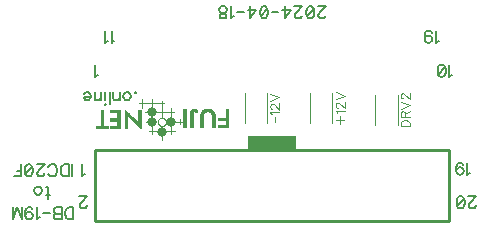
<source format=gbr>
G04 DipTrace 3.3.1.3*
G04 TopSilk.gbr*
%MOIN*%
G04 #@! TF.FileFunction,Legend,Top*
G04 #@! TF.Part,Single*
%ADD10C,0.009843*%
%ADD12C,0.003*%
%ADD19C,0.003937*%
%ADD20O,0.032613X0.032485*%
%ADD21C,0.032568*%
%ADD31C,0.004632*%
%ADD32C,0.006176*%
%FSLAX26Y26*%
G04*
G70*
G90*
G75*
G01*
G04 TopSilk*
%LPD*%
X1884270Y475591D2*
D10*
X703168D1*
Y711801D1*
X1884270D1*
Y475591D1*
G36*
X1372499Y712450D2*
X1214940D1*
Y758071D1*
X1372499D1*
Y712450D1*
G37*
X1202579Y802541D2*
D19*
Y902541D1*
X1277579Y802541D2*
Y902541D1*
X1712469Y897361D2*
Y797361D1*
X1637469Y897361D2*
Y797361D1*
X1420419Y802541D2*
Y902541D1*
X1495419Y802541D2*
Y902541D1*
X894993Y806532D2*
X873704Y806670D1*
X971407Y774296D2*
X885119D1*
X958000Y766425D2*
Y853748D1*
X926655Y744334D2*
Y784663D1*
X894767Y766577D2*
Y882921D1*
X932544Y869311D2*
X852144D1*
X926519Y821956D2*
X926655Y877266D1*
X861928Y852099D2*
Y882921D1*
X871394Y838226D2*
X966696D1*
X992968Y806504D2*
X958226Y806379D1*
D20*
X958679Y806518D3*
D21*
X894880Y806629D3*
X926723Y774172D3*
X894971Y838919D3*
X912976Y806331D2*
D19*
X913010Y807315D1*
X913111Y808295D1*
X913279Y809265D1*
X913513Y810221D1*
X913812Y811158D1*
X914174Y812072D1*
X914598Y812957D1*
X915082Y813811D1*
X915623Y814627D1*
X916219Y815404D1*
X916866Y816136D1*
X917562Y816820D1*
X918303Y817453D1*
X919086Y818033D1*
X919906Y818555D1*
X920760Y819017D1*
X921644Y819418D1*
X922553Y819755D1*
X923483Y820026D1*
X924429Y820231D1*
X925387Y820368D1*
X926353Y820437D1*
X927320D1*
X928285Y820368D1*
X929243Y820231D1*
X930189Y820026D1*
X931119Y819755D1*
X932028Y819418D1*
X932912Y819017D1*
X933766Y818555D1*
X934587Y818033D1*
X935370Y817453D1*
X936111Y816820D1*
X936807Y816136D1*
X937454Y815404D1*
X938050Y814627D1*
X938591Y813811D1*
X939074Y812957D1*
X939498Y812072D1*
X939861Y811158D1*
X940160Y810221D1*
X940394Y809265D1*
X940562Y808295D1*
X940663Y807315D1*
X940697Y806331D1*
X940663Y805346D1*
X940562Y804366D1*
X940394Y803396D1*
X940160Y802440D1*
X939861Y801503D1*
X939498Y800590D1*
X939074Y799704D1*
X938591Y798851D1*
X938050Y798034D1*
X937454Y797258D1*
X936807Y796526D1*
X936111Y795841D1*
X935370Y795208D1*
X934587Y794629D1*
X933766Y794107D1*
X932912Y793644D1*
X932028Y793243D1*
X931119Y792906D1*
X930189Y792635D1*
X929243Y792430D1*
X928285Y792293D1*
X927320Y792224D1*
X926353D1*
X925387Y792293D1*
X924429Y792430D1*
X923483Y792635D1*
X922553Y792906D1*
X921644Y793243D1*
X920760Y793644D1*
X919906Y794107D1*
X919086Y794629D1*
X918303Y795208D1*
X917562Y795841D1*
X916866Y796526D1*
X916219Y797258D1*
X915623Y798034D1*
X915082Y798851D1*
X914598Y799704D1*
X914174Y800590D1*
X913812Y801503D1*
X913513Y802440D1*
X913279Y803396D1*
X913111Y804366D1*
X913010Y805346D1*
X912976Y806331D1*
X988167Y800157D2*
Y817106D1*
X722792Y846539D2*
D12*
X731792D1*
X754292D2*
X787292D1*
X847292D2*
X856292D1*
X722792Y845039D2*
X731792D1*
X754292D2*
X787292D1*
X802292D2*
X803792D1*
X847292D2*
X856292D1*
X722792Y843539D2*
X731792D1*
X754292D2*
X787292D1*
X802292D2*
X805298D1*
X847292D2*
X856292D1*
X722792Y842039D2*
X731792D1*
X754292D2*
X787292D1*
X802292D2*
X806850D1*
X847292D2*
X856292D1*
X722792Y840539D2*
X731792D1*
X754292D2*
X787292D1*
X802292D2*
X808541D1*
X847292D2*
X856292D1*
X722792Y839039D2*
X731792D1*
X754292D2*
X787292D1*
X802292D2*
X810401D1*
X847292D2*
X856292D1*
X722792Y837539D2*
X731792D1*
X778292D2*
X787292D1*
X802292D2*
X812285D1*
X847292D2*
X856292D1*
X722792Y836039D2*
X731792D1*
X778292D2*
X787292D1*
X802292D2*
X814047D1*
X847292D2*
X856292D1*
X722792Y834539D2*
X731792D1*
X778292D2*
X787292D1*
X802292D2*
X815686D1*
X847292D2*
X856292D1*
X722792Y833039D2*
X731792D1*
X778292D2*
X787292D1*
X802292D2*
X817250D1*
X847292D2*
X856292D1*
X722792Y831539D2*
X731792D1*
X778292D2*
X787292D1*
X802292D2*
X818776D1*
X847292D2*
X856292D1*
X722792Y830039D2*
X731792D1*
X778292D2*
X787292D1*
X802292D2*
X820286D1*
X847292D2*
X856292D1*
X722792Y828539D2*
X731792D1*
X778292D2*
X787292D1*
X802292D2*
X821796D1*
X847292D2*
X856292D1*
X722792Y827039D2*
X731792D1*
X778292D2*
X787292D1*
X802292D2*
X823350D1*
X847292D2*
X856292D1*
X722792Y825539D2*
X731792D1*
X778292D2*
X787292D1*
X802292D2*
X809792D1*
X814292D2*
X825041D1*
X847292D2*
X856292D1*
X722792Y824039D2*
X731792D1*
X778292D2*
X787292D1*
X802292D2*
X809792D1*
X815792D2*
X826901D1*
X847292D2*
X856292D1*
X722792Y822539D2*
X731792D1*
X778292D2*
X787292D1*
X802292D2*
X809792D1*
X817292D2*
X828785D1*
X847292D2*
X856292D1*
X722792Y821039D2*
X731792D1*
X778292D2*
X787292D1*
X802292D2*
X809792D1*
X818792D2*
X830547D1*
X847292D2*
X856292D1*
X722792Y819539D2*
X731792D1*
X778292D2*
X787292D1*
X802292D2*
X809792D1*
X820292D2*
X832186D1*
X847292D2*
X856292D1*
X722792Y818039D2*
X731792D1*
X754292D2*
X787292D1*
X802292D2*
X809792D1*
X821792D2*
X833750D1*
X847292D2*
X856292D1*
X722792Y816539D2*
X731792D1*
X754292D2*
X787292D1*
X802292D2*
X809792D1*
X823292D2*
X835276D1*
X847292D2*
X856292D1*
X722792Y815039D2*
X731792D1*
X754292D2*
X787292D1*
X802292D2*
X809792D1*
X824792D2*
X836786D1*
X847292D2*
X856292D1*
X722792Y813539D2*
X731792D1*
X754292D2*
X787292D1*
X802292D2*
X809792D1*
X826292D2*
X838290D1*
X847292D2*
X856292D1*
X722792Y812039D2*
X731792D1*
X754292D2*
X787292D1*
X802292D2*
X809792D1*
X827792D2*
X839797D1*
X847286D2*
X856292D1*
X722792Y810539D2*
X731792D1*
X754292D2*
X787292D1*
X802292D2*
X809792D1*
X829292D2*
X841354D1*
X847229D2*
X856292D1*
X722792Y809039D2*
X731792D1*
X778292D2*
X787292D1*
X802292D2*
X809792D1*
X830792D2*
X843086D1*
X846997D2*
X856292D1*
X722792Y807539D2*
X731792D1*
X778292D2*
X787292D1*
X802292D2*
X809792D1*
X832292D2*
X845099D1*
X846484D2*
X856292D1*
X722792Y806039D2*
X731792D1*
X778292D2*
X787292D1*
X802292D2*
X809792D1*
X833792D2*
X856292D1*
X722792Y804539D2*
X731792D1*
X778292D2*
X787292D1*
X802292D2*
X809792D1*
X835292D2*
X856292D1*
X722792Y803039D2*
X731792D1*
X778292D2*
X787292D1*
X802292D2*
X809792D1*
X836798D2*
X856292D1*
X722792Y801539D2*
X731792D1*
X778292D2*
X787292D1*
X802292D2*
X809792D1*
X838350D2*
X856292D1*
X722792Y800039D2*
X731792D1*
X778292D2*
X787292D1*
X802292D2*
X809792D1*
X840041D2*
X856292D1*
X722792Y798539D2*
X731792D1*
X778292D2*
X787292D1*
X802292D2*
X809792D1*
X841901D2*
X856292D1*
X722792Y797039D2*
X731792D1*
X778292D2*
X787292D1*
X802292D2*
X809792D1*
X843785D2*
X856292D1*
X722792Y795539D2*
X731792D1*
X778292D2*
X787292D1*
X802292D2*
X809792D1*
X845547D2*
X856292D1*
X707792Y794039D2*
X748292D1*
X754292D2*
X787292D1*
X802292D2*
X809792D1*
X847186D2*
X856292D1*
X707792Y792539D2*
X748292D1*
X754292D2*
X787292D1*
X802292D2*
X809792D1*
X848750D2*
X856292D1*
X707792Y791039D2*
X748292D1*
X754292D2*
X787292D1*
X802292D2*
X809792D1*
X850276D2*
X856292D1*
X707792Y789539D2*
X748292D1*
X754292D2*
X787292D1*
X802292D2*
X809792D1*
X851786D2*
X856292D1*
X707792Y788039D2*
X748292D1*
X754292D2*
X787292D1*
X802292D2*
X809792D1*
X853290D2*
X856292D1*
X707792Y786539D2*
X748292D1*
X754292D2*
X787292D1*
X802292D2*
X809792D1*
X854792D2*
X856292D1*
X998113Y849199D2*
X1007113D1*
X1028113D2*
X1038613D1*
X1070113D2*
X1086613D1*
X1139113D2*
X1148113D1*
X998113Y847699D2*
X1007113D1*
X1025977D2*
X1041249D1*
X1066715D2*
X1090010D1*
X1139113D2*
X1148113D1*
X998113Y846199D2*
X1007113D1*
X1024245D2*
X1043415D1*
X1063913D2*
X1092818D1*
X1139113D2*
X1148113D1*
X998113Y844699D2*
X1007113D1*
X1022945D2*
X1045204D1*
X1061745D2*
X1095033D1*
X1139113D2*
X1148113D1*
X998113Y843199D2*
X1007113D1*
X1021982D2*
X1044999D1*
X1060102D2*
X1096820D1*
X1139113D2*
X1148113D1*
X998113Y841699D2*
X1007113D1*
X1021314D2*
X1044073D1*
X1058869D2*
X1098268D1*
X1139113D2*
X1148113D1*
X998113Y840199D2*
X1007113D1*
X1020932D2*
X1031407D1*
X1038613D2*
X1042900D1*
X1057894D2*
X1073702D1*
X1084818D2*
X1099407D1*
X1139113D2*
X1148113D1*
X998113Y838699D2*
X1007113D1*
X1020745D2*
X1030530D1*
X1040113D2*
X1041613D1*
X1057053D2*
X1070454D1*
X1087189D2*
X1100293D1*
X1139113D2*
X1148113D1*
X998113Y837199D2*
X1007113D1*
X1020664D2*
X1030028D1*
X1056318D2*
X1068007D1*
X1089139D2*
X1100936D1*
X1139113D2*
X1148113D1*
X998113Y835699D2*
X1007113D1*
X1020632D2*
X1029784D1*
X1055744D2*
X1066264D1*
X1090685D2*
X1101359D1*
X1139113D2*
X1148113D1*
X998113Y834199D2*
X1007113D1*
X1020619D2*
X1029679D1*
X1055350D2*
X1065110D1*
X1091873D2*
X1101732D1*
X1139113D2*
X1148113D1*
X998113Y832699D2*
X1007113D1*
X1020615D2*
X1029637D1*
X1054987D2*
X1064328D1*
X1092781D2*
X1102171D1*
X1139113D2*
X1148113D1*
X998113Y831199D2*
X1007113D1*
X1020613D2*
X1029621D1*
X1054552D2*
X1063693D1*
X1093426D2*
X1102587D1*
X1139113D2*
X1148113D1*
X998113Y829699D2*
X1007113D1*
X1020613D2*
X1029615D1*
X1054137D2*
X1063191D1*
X1093799D2*
X1102861D1*
X1139113D2*
X1148113D1*
X998113Y828199D2*
X1007113D1*
X1020613D2*
X1029614D1*
X1053864D2*
X1062884D1*
X1093982D2*
X1103005D1*
X1139113D2*
X1148113D1*
X998113Y826699D2*
X1007113D1*
X1020613D2*
X1029613D1*
X1053720D2*
X1062727D1*
X1094062D2*
X1103070D1*
X1139113D2*
X1148113D1*
X998113Y825199D2*
X1007113D1*
X1020613D2*
X1029613D1*
X1053655D2*
X1062658D1*
X1094094D2*
X1103097D1*
X1139113D2*
X1148113D1*
X998113Y823699D2*
X1007113D1*
X1020613D2*
X1029613D1*
X1053629D2*
X1062629D1*
X1094106D2*
X1103107D1*
X1139113D2*
X1148113D1*
X998113Y822199D2*
X1007113D1*
X1020613D2*
X1029613D1*
X1053618D2*
X1062619D1*
X1094110D2*
X1103111D1*
X1139113D2*
X1148113D1*
X998113Y820699D2*
X1007113D1*
X1020613D2*
X1029613D1*
X1053615D2*
X1062615D1*
X1094112D2*
X1103112D1*
X1115113D2*
X1148113D1*
X998113Y819199D2*
X1007113D1*
X1020613D2*
X1029613D1*
X1053613D2*
X1062613D1*
X1094112D2*
X1103112D1*
X1115113D2*
X1148113D1*
X998113Y817699D2*
X1007113D1*
X1020613D2*
X1029613D1*
X1053613D2*
X1062613D1*
X1094112D2*
X1103112D1*
X1115113D2*
X1148113D1*
X998113Y816199D2*
X1007113D1*
X1020613D2*
X1029613D1*
X1053613D2*
X1062613D1*
X1094113D2*
X1103113D1*
X1115113D2*
X1148113D1*
X998113Y814699D2*
X1007113D1*
X1020613D2*
X1029613D1*
X1053613D2*
X1062613D1*
X1094113D2*
X1103113D1*
X1115113D2*
X1148113D1*
X998113Y813199D2*
X1007113D1*
X1020613D2*
X1029613D1*
X1053613D2*
X1062613D1*
X1094113D2*
X1103113D1*
X1115113D2*
X1148113D1*
X998113Y811699D2*
X1007113D1*
X1020613D2*
X1029613D1*
X1053613D2*
X1062613D1*
X1094113D2*
X1103113D1*
X1139113D2*
X1148113D1*
X998113Y810199D2*
X1007113D1*
X1020613D2*
X1029613D1*
X1053613D2*
X1062613D1*
X1094113D2*
X1103113D1*
X1139113D2*
X1148113D1*
X998113Y808699D2*
X1007113D1*
X1020613D2*
X1029613D1*
X1053613D2*
X1062613D1*
X1094113D2*
X1103113D1*
X1139113D2*
X1148113D1*
X998113Y807199D2*
X1007113D1*
X1020613D2*
X1029613D1*
X1053613D2*
X1062613D1*
X1094113D2*
X1103113D1*
X1139113D2*
X1148113D1*
X998113Y805699D2*
X1007113D1*
X1020613D2*
X1029613D1*
X1053613D2*
X1062613D1*
X1094113D2*
X1103113D1*
X1139113D2*
X1148113D1*
X998113Y804199D2*
X1007113D1*
X1020613D2*
X1029613D1*
X1053613D2*
X1062613D1*
X1094113D2*
X1103113D1*
X1139113D2*
X1148113D1*
X998113Y802699D2*
X1007113D1*
X1020613D2*
X1029613D1*
X1053613D2*
X1062613D1*
X1094113D2*
X1103113D1*
X1139113D2*
X1148113D1*
X998113Y801199D2*
X1007113D1*
X1020613D2*
X1029613D1*
X1053613D2*
X1062613D1*
X1094113D2*
X1103113D1*
X1139113D2*
X1148113D1*
X998113Y799699D2*
X1007113D1*
X1020613D2*
X1029613D1*
X1053613D2*
X1062613D1*
X1094113D2*
X1103113D1*
X1139113D2*
X1148113D1*
X998113Y798199D2*
X1007113D1*
X1020613D2*
X1029613D1*
X1053613D2*
X1062613D1*
X1094113D2*
X1103113D1*
X1139113D2*
X1148113D1*
X998113Y796699D2*
X1007113D1*
X1020613D2*
X1029613D1*
X1053613D2*
X1062613D1*
X1094113D2*
X1103113D1*
X1115113D2*
X1148113D1*
X998113Y795199D2*
X1007113D1*
X1020613D2*
X1029613D1*
X1053613D2*
X1062613D1*
X1094113D2*
X1103113D1*
X1115113D2*
X1148113D1*
X998113Y793699D2*
X1007113D1*
X1020613D2*
X1029613D1*
X1053613D2*
X1062613D1*
X1094113D2*
X1103113D1*
X1115113D2*
X1148113D1*
X998113Y792199D2*
X1007113D1*
X1020613D2*
X1029613D1*
X1053613D2*
X1062613D1*
X1094113D2*
X1103113D1*
X1115113D2*
X1148113D1*
X998113Y790699D2*
X1007113D1*
X1020613D2*
X1029613D1*
X1053613D2*
X1062613D1*
X1094113D2*
X1103113D1*
X1115113D2*
X1148113D1*
X998113Y789199D2*
X1007113D1*
X1020613D2*
X1029613D1*
X1053613D2*
X1062613D1*
X1094113D2*
X1103113D1*
X1115113D2*
X1148113D1*
X722792Y846539D2*
Y845039D1*
Y843539D1*
Y842039D1*
Y840539D1*
Y839039D1*
Y837539D1*
Y836039D1*
Y834539D1*
Y833039D1*
Y831539D1*
Y830039D1*
Y828539D1*
Y827039D1*
Y825539D1*
Y824039D1*
Y822539D1*
Y821039D1*
Y819539D1*
Y818039D1*
Y816539D1*
Y815039D1*
Y813539D1*
Y812039D1*
Y810539D1*
Y809039D1*
Y807539D1*
Y806039D1*
Y804539D1*
Y803039D1*
Y801539D1*
Y800039D1*
Y798539D1*
Y797039D1*
Y795539D1*
Y794039D1*
X707792D1*
Y792539D1*
Y791039D1*
Y789539D1*
Y788039D1*
Y786539D1*
X731792Y846539D2*
Y845039D1*
Y843539D1*
Y842039D1*
Y840539D1*
Y839039D1*
Y837539D1*
Y836039D1*
Y834539D1*
Y833039D1*
Y831539D1*
Y830039D1*
Y828539D1*
Y827039D1*
Y825539D1*
Y824039D1*
Y822539D1*
Y821039D1*
Y819539D1*
Y818039D1*
Y816539D1*
Y815039D1*
Y813539D1*
Y812039D1*
Y810539D1*
Y809039D1*
Y807539D1*
Y806039D1*
Y804539D1*
Y803039D1*
Y801539D1*
Y800039D1*
Y798539D1*
Y797039D1*
Y795539D1*
Y794039D1*
X748292D1*
Y792539D1*
Y791039D1*
Y789539D1*
Y788039D1*
Y786539D1*
X754292Y846539D2*
Y845039D1*
Y843539D1*
Y842039D1*
Y840539D1*
Y839039D1*
X787292Y846539D2*
Y845039D1*
Y843539D1*
Y842039D1*
Y840539D1*
Y839039D1*
Y837539D1*
Y836039D1*
Y834539D1*
Y833039D1*
Y831539D1*
Y830039D1*
Y828539D1*
Y827039D1*
Y825539D1*
Y824039D1*
Y822539D1*
Y821039D1*
Y819539D1*
Y818039D1*
Y816539D1*
Y815039D1*
Y813539D1*
Y812039D1*
Y810539D1*
Y809039D1*
Y807539D1*
Y806039D1*
Y804539D1*
Y803039D1*
Y801539D1*
Y800039D1*
Y798539D1*
Y797039D1*
Y795539D1*
Y794039D1*
Y792539D1*
Y791039D1*
Y789539D1*
Y788039D1*
Y786539D1*
X847292Y846539D2*
Y845039D1*
Y843539D1*
Y842039D1*
Y840539D1*
Y839039D1*
Y837539D1*
Y836039D1*
Y834539D1*
Y833039D1*
Y831539D1*
Y830039D1*
Y828539D1*
Y827039D1*
Y825539D1*
Y824039D1*
Y822539D1*
Y821039D1*
Y819539D1*
Y818039D1*
Y816539D1*
Y815039D1*
Y813539D1*
X847286Y812039D1*
X847229Y810539D1*
X846997Y809039D1*
X846484Y807539D1*
X845792Y806039D1*
X856292Y846539D2*
Y845039D1*
Y843539D1*
Y842039D1*
Y840539D1*
Y839039D1*
Y837539D1*
Y836039D1*
Y834539D1*
Y833039D1*
Y831539D1*
Y830039D1*
Y828539D1*
Y827039D1*
Y825539D1*
Y824039D1*
Y822539D1*
Y821039D1*
Y819539D1*
Y818039D1*
Y816539D1*
Y815039D1*
Y813539D1*
Y812039D1*
Y810539D1*
Y809039D1*
Y807539D1*
Y806039D1*
Y804539D1*
Y803039D1*
Y801539D1*
Y800039D1*
Y798539D1*
Y797039D1*
Y795539D1*
Y794039D1*
Y792539D1*
Y791039D1*
Y789539D1*
Y788039D1*
Y786539D1*
X802292Y845039D2*
Y843539D1*
Y842039D1*
Y840539D1*
Y839039D1*
Y837539D1*
Y836039D1*
Y834539D1*
Y833039D1*
Y831539D1*
Y830039D1*
Y828539D1*
Y827039D1*
Y825539D1*
Y824039D1*
Y822539D1*
Y821039D1*
Y819539D1*
Y818039D1*
Y816539D1*
Y815039D1*
Y813539D1*
Y812039D1*
Y810539D1*
Y809039D1*
Y807539D1*
Y806039D1*
Y804539D1*
Y803039D1*
Y801539D1*
Y800039D1*
Y798539D1*
Y797039D1*
Y795539D1*
Y794039D1*
Y792539D1*
Y791039D1*
Y789539D1*
Y788039D1*
Y786539D1*
X803792Y845039D2*
X805298Y843539D1*
X806850Y842039D1*
X808541Y840539D1*
X810401Y839039D1*
X812285Y837539D1*
X814047Y836039D1*
X815686Y834539D1*
X817250Y833039D1*
X818776Y831539D1*
X820286Y830039D1*
X821796Y828539D1*
X823350Y827039D1*
X825041Y825539D1*
X826901Y824039D1*
X828785Y822539D1*
X830547Y821039D1*
X832186Y819539D1*
X833750Y818039D1*
X835276Y816539D1*
X836786Y815039D1*
X838290Y813539D1*
X839797Y812039D1*
X841354Y810539D1*
X843086Y809039D1*
X845099Y807539D1*
X847292Y806039D1*
X778292Y839039D2*
Y837539D1*
Y836039D1*
Y834539D1*
Y833039D1*
Y831539D1*
Y830039D1*
Y828539D1*
Y827039D1*
Y825539D1*
Y824039D1*
Y822539D1*
Y821039D1*
Y819539D1*
Y818039D1*
X809792Y827039D2*
Y825539D1*
Y824039D1*
Y822539D1*
Y821039D1*
Y819539D1*
Y818039D1*
Y816539D1*
Y815039D1*
Y813539D1*
Y812039D1*
Y810539D1*
Y809039D1*
Y807539D1*
Y806039D1*
Y804539D1*
Y803039D1*
Y801539D1*
Y800039D1*
Y798539D1*
Y797039D1*
Y795539D1*
Y794039D1*
Y792539D1*
Y791039D1*
Y789539D1*
Y788039D1*
Y786539D1*
X812792Y827039D2*
X814292Y825539D1*
X815792Y824039D1*
X817292Y822539D1*
X818792Y821039D1*
X820292Y819539D1*
X821792Y818039D1*
X823292Y816539D1*
X824792Y815039D1*
X826292Y813539D1*
X827792Y812039D1*
X829292Y810539D1*
X830792Y809039D1*
X832292Y807539D1*
X833792Y806039D1*
X835292Y804539D1*
X836798Y803039D1*
X838350Y801539D1*
X840041Y800039D1*
X841901Y798539D1*
X843785Y797039D1*
X845547Y795539D1*
X847186Y794039D1*
X848750Y792539D1*
X850276Y791039D1*
X851786Y789539D1*
X853290Y788039D1*
X854792Y786539D1*
X754292Y818039D2*
Y816539D1*
Y815039D1*
Y813539D1*
Y812039D1*
Y810539D1*
X778292D2*
Y809039D1*
Y807539D1*
Y806039D1*
Y804539D1*
Y803039D1*
Y801539D1*
Y800039D1*
Y798539D1*
Y797039D1*
Y795539D1*
Y794039D1*
X754292D2*
Y792539D1*
Y791039D1*
Y789539D1*
Y788039D1*
Y786539D1*
X998113Y849199D2*
Y847699D1*
Y846199D1*
Y844699D1*
Y843199D1*
Y841699D1*
Y840199D1*
Y838699D1*
Y837199D1*
Y835699D1*
Y834199D1*
Y832699D1*
Y831199D1*
Y829699D1*
Y828199D1*
Y826699D1*
Y825199D1*
Y823699D1*
Y822199D1*
Y820699D1*
Y819199D1*
Y817699D1*
Y816199D1*
Y814699D1*
Y813199D1*
Y811699D1*
Y810199D1*
Y808699D1*
Y807199D1*
Y805699D1*
Y804199D1*
Y802699D1*
Y801199D1*
Y799699D1*
Y798199D1*
Y796699D1*
Y795199D1*
Y793699D1*
Y792199D1*
Y790699D1*
Y789199D1*
X1007113Y849199D2*
Y847699D1*
Y846199D1*
Y844699D1*
Y843199D1*
Y841699D1*
Y840199D1*
Y838699D1*
Y837199D1*
Y835699D1*
Y834199D1*
Y832699D1*
Y831199D1*
Y829699D1*
Y828199D1*
Y826699D1*
Y825199D1*
Y823699D1*
Y822199D1*
Y820699D1*
Y819199D1*
Y817699D1*
Y816199D1*
Y814699D1*
Y813199D1*
Y811699D1*
Y810199D1*
Y808699D1*
Y807199D1*
Y805699D1*
Y804199D1*
Y802699D1*
Y801199D1*
Y799699D1*
Y798199D1*
Y796699D1*
Y795199D1*
Y793699D1*
Y792199D1*
Y790699D1*
Y789199D1*
X1028113Y849199D2*
X1025977Y847699D1*
X1024245Y846199D1*
X1022945Y844699D1*
X1021982Y843199D1*
X1021314Y841699D1*
X1020932Y840199D1*
X1020745Y838699D1*
X1020664Y837199D1*
X1020632Y835699D1*
X1020619Y834199D1*
X1020615Y832699D1*
X1020613Y831199D1*
Y829699D1*
Y828199D1*
Y826699D1*
Y825199D1*
Y823699D1*
Y822199D1*
Y820699D1*
Y819199D1*
Y817699D1*
Y816199D1*
Y814699D1*
Y813199D1*
Y811699D1*
Y810199D1*
Y808699D1*
Y807199D1*
Y805699D1*
Y804199D1*
Y802699D1*
Y801199D1*
Y799699D1*
Y798199D1*
Y796699D1*
Y795199D1*
Y793699D1*
Y792199D1*
Y790699D1*
Y789199D1*
X1038613Y849199D2*
X1041249Y847699D1*
X1043415Y846199D1*
X1045204Y844699D1*
X1044999Y843199D1*
X1044073Y841699D1*
X1042900Y840199D1*
X1041613Y838699D1*
X1070113Y849199D2*
X1066715Y847699D1*
X1063913Y846199D1*
X1061745Y844699D1*
X1060102Y843199D1*
X1058869Y841699D1*
X1057894Y840199D1*
X1057053Y838699D1*
X1056318Y837199D1*
X1055744Y835699D1*
X1055350Y834199D1*
X1054987Y832699D1*
X1054552Y831199D1*
X1054137Y829699D1*
X1053864Y828199D1*
X1053720Y826699D1*
X1053655Y825199D1*
X1053629Y823699D1*
X1053618Y822199D1*
X1053615Y820699D1*
X1053613Y819199D1*
Y817699D1*
Y816199D1*
Y814699D1*
Y813199D1*
Y811699D1*
Y810199D1*
Y808699D1*
Y807199D1*
Y805699D1*
Y804199D1*
Y802699D1*
Y801199D1*
Y799699D1*
Y798199D1*
Y796699D1*
Y795199D1*
Y793699D1*
Y792199D1*
Y790699D1*
Y789199D1*
X1086613Y849199D2*
X1090010Y847699D1*
X1092818Y846199D1*
X1095033Y844699D1*
X1096820Y843199D1*
X1098268Y841699D1*
X1099407Y840199D1*
X1100293Y838699D1*
X1100936Y837199D1*
X1101359Y835699D1*
X1101732Y834199D1*
X1102171Y832699D1*
X1102587Y831199D1*
X1102861Y829699D1*
X1103005Y828199D1*
X1103070Y826699D1*
X1103097Y825199D1*
X1103107Y823699D1*
X1103111Y822199D1*
X1103112Y820699D1*
Y819199D1*
Y817699D1*
X1103113Y816199D1*
Y814699D1*
Y813199D1*
Y811699D1*
Y810199D1*
Y808699D1*
Y807199D1*
Y805699D1*
Y804199D1*
Y802699D1*
Y801199D1*
Y799699D1*
Y798199D1*
Y796699D1*
Y795199D1*
Y793699D1*
Y792199D1*
Y790699D1*
Y789199D1*
X1139113Y849199D2*
Y847699D1*
Y846199D1*
Y844699D1*
Y843199D1*
Y841699D1*
Y840199D1*
Y838699D1*
Y837199D1*
Y835699D1*
Y834199D1*
Y832699D1*
Y831199D1*
Y829699D1*
Y828199D1*
Y826699D1*
Y825199D1*
Y823699D1*
Y822199D1*
Y820699D1*
X1148113Y849199D2*
Y847699D1*
Y846199D1*
Y844699D1*
Y843199D1*
Y841699D1*
Y840199D1*
Y838699D1*
Y837199D1*
Y835699D1*
Y834199D1*
Y832699D1*
Y831199D1*
Y829699D1*
Y828199D1*
Y826699D1*
Y825199D1*
Y823699D1*
Y822199D1*
Y820699D1*
Y819199D1*
Y817699D1*
Y816199D1*
Y814699D1*
Y813199D1*
Y811699D1*
Y810199D1*
Y808699D1*
Y807199D1*
Y805699D1*
Y804199D1*
Y802699D1*
Y801199D1*
Y799699D1*
Y798199D1*
Y796699D1*
Y795199D1*
Y793699D1*
Y792199D1*
Y790699D1*
Y789199D1*
X1032613Y841699D2*
X1031407Y840199D1*
X1030530Y838699D1*
X1030028Y837199D1*
X1029784Y835699D1*
X1029679Y834199D1*
X1029637Y832699D1*
X1029621Y831199D1*
X1029615Y829699D1*
X1029614Y828199D1*
X1029613Y826699D1*
Y825199D1*
Y823699D1*
Y822199D1*
Y820699D1*
Y819199D1*
Y817699D1*
Y816199D1*
Y814699D1*
Y813199D1*
Y811699D1*
Y810199D1*
Y808699D1*
Y807199D1*
Y805699D1*
Y804199D1*
Y802699D1*
Y801199D1*
Y799699D1*
Y798199D1*
Y796699D1*
Y795199D1*
Y793699D1*
Y792199D1*
Y790699D1*
Y789199D1*
X1037113Y841699D2*
X1038613Y840199D1*
X1040113Y838699D1*
X1077613Y841699D2*
X1073702Y840199D1*
X1070454Y838699D1*
X1068007Y837199D1*
X1066264Y835699D1*
X1065110Y834199D1*
X1064328Y832699D1*
X1063693Y831199D1*
X1063191Y829699D1*
X1062884Y828199D1*
X1062727Y826699D1*
X1062658Y825199D1*
X1062629Y823699D1*
X1062619Y822199D1*
X1062615Y820699D1*
X1062613Y819199D1*
Y817699D1*
Y816199D1*
Y814699D1*
Y813199D1*
Y811699D1*
Y810199D1*
Y808699D1*
Y807199D1*
Y805699D1*
Y804199D1*
Y802699D1*
Y801199D1*
Y799699D1*
Y798199D1*
Y796699D1*
Y795199D1*
Y793699D1*
Y792199D1*
Y790699D1*
Y789199D1*
X1082113Y841699D2*
X1084818Y840199D1*
X1087189Y838699D1*
X1089139Y837199D1*
X1090685Y835699D1*
X1091873Y834199D1*
X1092781Y832699D1*
X1093426Y831199D1*
X1093799Y829699D1*
X1093982Y828199D1*
X1094062Y826699D1*
X1094094Y825199D1*
X1094106Y823699D1*
X1094110Y822199D1*
X1094112Y820699D1*
Y819199D1*
Y817699D1*
X1094113Y816199D1*
Y814699D1*
Y813199D1*
Y811699D1*
Y810199D1*
Y808699D1*
Y807199D1*
Y805699D1*
Y804199D1*
Y802699D1*
Y801199D1*
Y799699D1*
Y798199D1*
Y796699D1*
Y795199D1*
Y793699D1*
Y792199D1*
Y790699D1*
Y789199D1*
X1115113Y820699D2*
Y819199D1*
Y817699D1*
Y816199D1*
Y814699D1*
Y813199D1*
X1139113D2*
Y811699D1*
Y810199D1*
Y808699D1*
Y807199D1*
Y805699D1*
Y804199D1*
Y802699D1*
Y801199D1*
Y799699D1*
Y798199D1*
Y796699D1*
X1115113D2*
Y795199D1*
Y793699D1*
Y792199D1*
Y790699D1*
Y789199D1*
X1302843Y805235D2*
D31*
Y821816D1*
X1293524Y831079D2*
X1292065Y833964D1*
X1287787Y838276D1*
X1317898Y838275D1*
X1294950Y848998D2*
X1293524D1*
X1290639Y850424D1*
X1289213Y851850D1*
X1287787Y854735D1*
Y860472D1*
X1289213Y863324D1*
X1290639Y864750D1*
X1293524Y866209D1*
X1296376D1*
X1299261Y864750D1*
X1303539Y861898D1*
X1317898Y847539D1*
Y867635D1*
X1287754Y876899D2*
X1317898Y888372D1*
X1287754Y899846D1*
X1722644Y791848D2*
X1752788D1*
Y801896D1*
X1751329Y806207D1*
X1748477Y809092D1*
X1745592Y810518D1*
X1741314Y811944D1*
X1734118D1*
X1729807Y810518D1*
X1726955Y809092D1*
X1724070Y806207D1*
X1722644Y801896D1*
Y791848D1*
X1737003Y821207D2*
Y834107D1*
X1735544Y838418D1*
X1734118Y839877D1*
X1731266Y841303D1*
X1728381D1*
X1725529Y839877D1*
X1724070Y838418D1*
X1722644Y834107D1*
Y821207D1*
X1752788D1*
X1737003Y831255D2*
X1752788Y841303D1*
X1722644Y850567D2*
X1752788Y862041D1*
X1722644Y873515D1*
X1729840Y884237D2*
X1728414D1*
X1725529Y885663D1*
X1724103Y887089D1*
X1722677Y889974D1*
Y895711D1*
X1724103Y898563D1*
X1725529Y899989D1*
X1728414Y901448D1*
X1731266D1*
X1734151Y899989D1*
X1738429Y897137D1*
X1752788Y882778D1*
Y902874D1*
X1507766Y813509D2*
X1533599D1*
X1520699Y800609D2*
Y826442D1*
X1511364Y835705D2*
X1509905Y838591D1*
X1505627Y842902D1*
X1535738Y842901D1*
X1512790Y853624D2*
X1511364D1*
X1508479Y855050D1*
X1507053Y856476D1*
X1505627Y859361D1*
Y865098D1*
X1507053Y867950D1*
X1508479Y869376D1*
X1511364Y870835D1*
X1514216D1*
X1517101Y869376D1*
X1521379Y866524D1*
X1535738Y852165D1*
Y872261D1*
X1505594Y881525D2*
X1535738Y892999D1*
X1505594Y904473D1*
X837609Y901424D2*
D32*
X839511Y903369D1*
X837609Y905271D1*
X835664Y903369D1*
X837609Y901424D1*
X813762Y878476D2*
X817564Y880377D1*
X821411Y884224D1*
X823312Y889972D1*
Y893775D1*
X821411Y899523D1*
X817564Y903325D1*
X813762Y905271D1*
X808014D1*
X804167Y903325D1*
X800365Y899523D1*
X798419Y893775D1*
Y889972D1*
X800365Y884224D1*
X804167Y880377D1*
X808014Y878476D1*
X813762D1*
X786068D2*
Y905271D1*
Y886125D2*
X780320Y880377D1*
X776473Y878476D1*
X770769D1*
X766922Y880377D1*
X765021Y886125D1*
Y905271D1*
X752670Y865079D2*
Y905271D1*
X740318Y865079D2*
X738417Y866980D1*
X736472Y865079D1*
X738417Y863133D1*
X740318Y865079D1*
X738417Y878476D2*
Y905271D1*
X724120Y878476D2*
Y905271D1*
Y886125D2*
X718372Y880377D1*
X714525Y878476D1*
X708822D1*
X704975Y880377D1*
X703074Y886125D1*
Y905271D1*
X690722Y889972D2*
X667774D1*
Y886125D1*
X669675Y882278D1*
X671577Y880377D1*
X675424Y878476D1*
X681172D1*
X684974Y880377D1*
X688821Y884224D1*
X690722Y889972D1*
Y893775D1*
X688821Y899523D1*
X684974Y903325D1*
X681172Y905271D1*
X675424D1*
X671577Y903325D1*
X667774Y899523D1*
X631609Y481730D2*
Y521922D1*
X618212D1*
X612464Y519976D1*
X608617Y516174D1*
X606716Y512327D1*
X604814Y506623D1*
Y497028D1*
X606715Y491280D1*
X608617Y487478D1*
X612463Y483631D1*
X618212Y481730D1*
X631609D1*
X592463D2*
Y521922D1*
X575219D1*
X569471Y519976D1*
X567569Y518075D1*
X565668Y514272D1*
Y508524D1*
X567569Y504678D1*
X569471Y502776D1*
X575219Y500875D1*
X569471Y498930D1*
X567569Y497028D1*
X565668Y493226D1*
Y489379D1*
X567569Y485576D1*
X569471Y483631D1*
X575219Y481730D1*
X592463D1*
Y500875D2*
X575219D1*
X553317Y501848D2*
X531209D1*
X518858Y489423D2*
X515011Y487478D1*
X509263Y481774D1*
Y521922D1*
X472018Y495127D2*
X473964Y500875D1*
X477766Y504722D1*
X483514Y506623D1*
X485415D1*
X491163Y504722D1*
X494966Y500875D1*
X496911Y495127D1*
Y493226D1*
X494966Y487478D1*
X491163Y483675D1*
X485415Y481774D1*
X483514D1*
X477766Y483675D1*
X473964Y487478D1*
X472018Y495127D1*
Y504722D1*
X473964Y514272D1*
X477766Y520020D1*
X483514Y521922D1*
X487317D1*
X493065Y520020D1*
X494966Y516174D1*
X429069Y521922D2*
Y481730D1*
X444368Y521922D1*
X459667Y481730D1*
Y521922D1*
X628606Y624658D2*
Y664850D1*
X616255Y624658D2*
Y664850D1*
X602858D1*
X597110Y662904D1*
X593263Y659102D1*
X591362Y655255D1*
X589460Y649551D1*
Y639956D1*
X591362Y634208D1*
X593263Y630406D1*
X597110Y626559D1*
X602858Y624658D1*
X616255D1*
X548413Y634208D2*
X550314Y630406D1*
X554161Y626559D1*
X557964Y624658D1*
X565613D1*
X569460Y626559D1*
X573262Y630406D1*
X575208Y634208D1*
X577109Y639956D1*
Y649551D1*
X575208Y655255D1*
X573262Y659102D1*
X569460Y662904D1*
X565613Y664850D1*
X557964D1*
X554161Y662904D1*
X550314Y659102D1*
X548413Y655255D1*
X534116Y634252D2*
Y632351D1*
X532215Y628504D1*
X530314Y626603D1*
X526467Y624702D1*
X518818D1*
X515015Y626603D1*
X513114Y628504D1*
X511168Y632351D1*
Y636154D1*
X513114Y640000D1*
X516916Y645704D1*
X536062Y664850D1*
X509267D1*
X485420Y624702D2*
X491168Y626603D1*
X495014Y632351D1*
X496916Y641902D1*
Y647650D1*
X495014Y657200D1*
X491168Y662948D1*
X485420Y664850D1*
X481617D1*
X475869Y662948D1*
X472066Y657200D1*
X470121Y647650D1*
Y641902D1*
X472066Y632351D1*
X475869Y626603D1*
X481617Y624702D1*
X485420D1*
X472066Y632351D2*
X495014Y657200D1*
X432876Y624658D2*
X457770D1*
Y664850D1*
Y643803D2*
X442471D1*
X548647Y550260D2*
Y582803D1*
X546746Y588506D1*
X542899Y590452D1*
X539096D1*
X554395Y563657D2*
X540998D1*
X517194D2*
X520997Y565559D1*
X524844Y569405D1*
X526745Y575153D1*
Y578956D1*
X524844Y584704D1*
X520997Y588506D1*
X517195Y590452D1*
X511447D1*
X507600Y588506D1*
X503797Y584704D1*
X501852Y578956D1*
Y575153D1*
X503797Y569405D1*
X507600Y565559D1*
X511446Y563657D1*
X517194D1*
X1954526Y637368D2*
X1950680Y635423D1*
X1944932Y629719D1*
Y669867D1*
X1907687Y643072D2*
X1909632Y648820D1*
X1913435Y652667D1*
X1919183Y654568D1*
X1921084D1*
X1926832Y652667D1*
X1930635Y648820D1*
X1932580Y643072D1*
Y641171D1*
X1930635Y635423D1*
X1926832Y631620D1*
X1921084Y629719D1*
X1919183D1*
X1913435Y631620D1*
X1909632Y635423D1*
X1907687Y643072D1*
Y652667D1*
X1909632Y662217D1*
X1913435Y667965D1*
X1919183Y669867D1*
X1922985D1*
X1928733Y667965D1*
X1930635Y664119D1*
X676044Y528294D2*
Y526393D1*
X674143Y522546D1*
X672242Y520645D1*
X668395Y518744D1*
X660746D1*
X656943Y520645D1*
X655042Y522546D1*
X653096Y526393D1*
Y530196D1*
X655042Y534042D1*
X658844Y539746D1*
X677990Y558892D1*
X651195D1*
X1471384Y1160591D2*
Y1158690D1*
X1469483Y1154843D1*
X1467581Y1152942D1*
X1463735Y1151040D1*
X1456085D1*
X1452283Y1152942D1*
X1450382Y1154843D1*
X1448436Y1158690D1*
Y1162492D1*
X1450382Y1166339D1*
X1454184Y1172043D1*
X1473330Y1191188D1*
X1446535D1*
X1422687Y1151040D2*
X1428435Y1152942D1*
X1432282Y1158690D1*
X1434184Y1168240D1*
Y1173988D1*
X1432282Y1183539D1*
X1428436Y1189287D1*
X1422687Y1191188D1*
X1418885D1*
X1413137Y1189287D1*
X1409334Y1183539D1*
X1407389Y1173988D1*
Y1168240D1*
X1409334Y1158690D1*
X1413137Y1152942D1*
X1418885Y1151040D1*
X1422687D1*
X1409334Y1158690D2*
X1432282Y1183539D1*
X1393092Y1160591D2*
Y1158690D1*
X1391191Y1154843D1*
X1389289Y1152942D1*
X1385443Y1151040D1*
X1377793D1*
X1373991Y1152942D1*
X1372090Y1154843D1*
X1370144Y1158690D1*
Y1162492D1*
X1372090Y1166339D1*
X1375892Y1172043D1*
X1395037Y1191188D1*
X1368243D1*
X1336746D2*
Y1151040D1*
X1355891Y1177791D1*
X1327195D1*
X1314844Y1171114D2*
X1292736D1*
X1268889Y1151040D2*
X1274637Y1152942D1*
X1278484Y1158690D1*
X1280385Y1168240D1*
Y1173988D1*
X1278484Y1183539D1*
X1274637Y1189287D1*
X1268889Y1191188D1*
X1265086D1*
X1259338Y1189287D1*
X1255536Y1183539D1*
X1253590Y1173988D1*
Y1168240D1*
X1255536Y1158690D1*
X1259338Y1152942D1*
X1265086Y1151040D1*
X1268889D1*
X1255536Y1158690D2*
X1278484Y1183539D1*
X1222093Y1191188D2*
Y1151040D1*
X1241239Y1177791D1*
X1212543D1*
X1200191Y1171114D2*
X1178084D1*
X1165732Y1158690D2*
X1161886Y1156744D1*
X1156137Y1151040D1*
Y1191188D1*
X1134235Y1151040D2*
X1139939Y1152942D1*
X1141885Y1156744D1*
Y1160591D1*
X1139939Y1164393D1*
X1136137Y1166339D1*
X1128487Y1168240D1*
X1122739Y1170141D1*
X1118937Y1173988D1*
X1117036Y1177791D1*
Y1183539D1*
X1118937Y1187341D1*
X1120838Y1189287D1*
X1126586Y1191188D1*
X1134235D1*
X1139939Y1189287D1*
X1141885Y1187341D1*
X1143786Y1183539D1*
Y1177791D1*
X1141885Y1173988D1*
X1138038Y1170141D1*
X1132334Y1168240D1*
X1124685Y1166339D1*
X1120838Y1164393D1*
X1118937Y1160591D1*
Y1156744D1*
X1120838Y1152942D1*
X1126586Y1151040D1*
X1134235D1*
X671148Y632898D2*
X667302Y630953D1*
X661554Y625249D1*
Y665397D1*
X1973003Y527832D2*
Y525931D1*
X1971102Y522084D1*
X1969201Y520183D1*
X1965354Y518282D1*
X1957705D1*
X1953902Y520183D1*
X1952001Y522084D1*
X1950056Y525931D1*
Y529734D1*
X1952001Y533580D1*
X1955804Y539284D1*
X1974949Y558430D1*
X1948154D1*
X1924307Y518282D2*
X1930055Y520183D1*
X1933902Y525931D1*
X1935803Y535482D1*
Y541230D1*
X1933902Y550780D1*
X1930055Y556528D1*
X1924307Y558430D1*
X1920504D1*
X1914756Y556528D1*
X1910954Y550780D1*
X1909008Y541230D1*
Y535482D1*
X1910954Y525931D1*
X1914756Y520183D1*
X1920504Y518282D1*
X1924307D1*
X1910954Y525931D2*
X1933902Y550780D1*
X714094Y963957D2*
X710247Y962011D1*
X704499Y956308D1*
Y996455D1*
X1849683Y1076974D2*
X1845836Y1075029D1*
X1840088Y1069325D1*
Y1109473D1*
X1802843Y1082678D2*
X1804789Y1088426D1*
X1808591Y1092273D1*
X1814339Y1094174D1*
X1816241D1*
X1821989Y1092273D1*
X1825791Y1088426D1*
X1827737Y1082678D1*
Y1080777D1*
X1825791Y1075029D1*
X1821989Y1071226D1*
X1816241Y1069325D1*
X1814339D1*
X1808591Y1071226D1*
X1804789Y1075029D1*
X1802843Y1082678D1*
Y1092273D1*
X1804789Y1101823D1*
X1808591Y1107571D1*
X1814340Y1109473D1*
X1818142D1*
X1823890Y1107571D1*
X1825791Y1103725D1*
X1894552Y963685D2*
X1890705Y961739D1*
X1884957Y956035D1*
Y996183D1*
X1861110Y956035D2*
X1866858Y957937D1*
X1870705Y963685D1*
X1872606Y973235D1*
Y978983D1*
X1870705Y988534D1*
X1866858Y994282D1*
X1861110Y996183D1*
X1857308D1*
X1851559Y994282D1*
X1847757Y988534D1*
X1845811Y978983D1*
Y973235D1*
X1847757Y963685D1*
X1851559Y957937D1*
X1857307Y956035D1*
X1861110D1*
X1847757Y963685D2*
X1870705Y988534D1*
X768531Y1076663D2*
X764684Y1074717D1*
X758936Y1069014D1*
Y1109161D1*
X746585Y1076663D2*
X742738Y1074717D1*
X736990Y1069014D1*
Y1109161D1*
M02*

</source>
